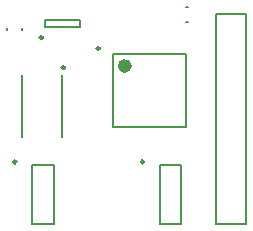
<source format=gto>
G04 Layer_Color=65535*
%FSLAX44Y44*%
%MOMM*%
G71*
G01*
G75*
%ADD26C,0.6000*%
%ADD27C,0.2500*%
%ADD28C,0.2000*%
D26*
X360459Y388030D02*
G03*
X360459Y388030I-3000J0D01*
G01*
D27*
X336209Y402780D02*
G03*
X336209Y402780I-1250J0D01*
G01*
X265540Y306950D02*
G03*
X265540Y306950I-1250J0D01*
G01*
X373490D02*
G03*
X373490Y306950I-1250J0D01*
G01*
X306770Y386830D02*
G03*
X306770Y386830I-1250J0D01*
G01*
X288050Y412180D02*
G03*
X288050Y412180I-1250J0D01*
G01*
D28*
X347459Y336030D02*
X409459D01*
X347459Y398030D02*
X409459D01*
Y336030D02*
Y398030D01*
X347459Y336030D02*
Y398030D01*
X279290Y254400D02*
Y304400D01*
X297290Y254400D02*
Y304400D01*
X279290D02*
X297290D01*
X279290Y254400D02*
X297290D01*
X387240D02*
X405240D01*
X387240Y304400D02*
X405240D01*
Y254400D02*
Y304400D01*
X387240Y254400D02*
Y304400D01*
X304020Y328330D02*
Y380330D01*
X270020Y328330D02*
Y380330D01*
X289800Y421180D02*
Y427180D01*
X319800Y421180D02*
Y427180D01*
X289800Y421180D02*
X319800D01*
X289800Y427180D02*
X319800D01*
X257910Y418100D02*
Y420100D01*
X270410Y418100D02*
Y420100D01*
X409210Y425550D02*
X411210D01*
X409210Y438050D02*
X411210D01*
X434340Y431800D02*
X459740D01*
Y254000D02*
Y431800D01*
X434340Y254000D02*
X459740D01*
X434340D02*
Y431800D01*
M02*

</source>
